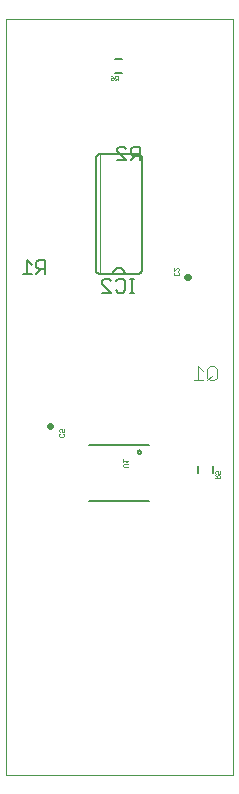
<source format=gbo>
G75*
%MOIN*%
%OFA0B0*%
%FSLAX25Y25*%
%IPPOS*%
%LPD*%
%AMOC8*
5,1,8,0,0,1.08239X$1,22.5*
%
%ADD10C,0.00000*%
%ADD11C,0.02200*%
%ADD12C,0.00100*%
%ADD13C,0.00600*%
%ADD14C,0.00200*%
%ADD15C,0.00500*%
%ADD16C,0.00400*%
%ADD17C,0.00800*%
D10*
X0007386Y0001800D02*
X0007386Y0253769D01*
X0083173Y0253769D01*
X0083173Y0001800D01*
X0007386Y0001800D01*
D11*
X0022069Y0118099D02*
X0022309Y0118099D01*
X0067935Y0167745D02*
X0068175Y0167745D01*
D12*
X0065007Y0168599D02*
X0064756Y0168348D01*
X0063756Y0168348D01*
X0063505Y0168599D01*
X0063505Y0169099D01*
X0063756Y0169349D01*
X0063505Y0169822D02*
X0064506Y0170822D01*
X0064756Y0170822D01*
X0065007Y0170572D01*
X0065007Y0170072D01*
X0064756Y0169822D01*
X0064756Y0169349D02*
X0065007Y0169099D01*
X0065007Y0168599D01*
X0063505Y0169822D02*
X0063505Y0170822D01*
X0044842Y0233457D02*
X0044842Y0234958D01*
X0044091Y0234958D01*
X0043841Y0234708D01*
X0043841Y0234207D01*
X0044091Y0233957D01*
X0044842Y0233957D01*
X0044341Y0233957D02*
X0043841Y0233457D01*
X0043368Y0233707D02*
X0043118Y0233457D01*
X0042618Y0233457D01*
X0042367Y0233707D01*
X0042367Y0233957D01*
X0042618Y0234207D01*
X0043368Y0234207D01*
X0043368Y0233707D01*
X0043368Y0234207D02*
X0042868Y0234708D01*
X0042367Y0234958D01*
X0026740Y0117123D02*
X0026740Y0116122D01*
X0025990Y0116122D01*
X0026240Y0116623D01*
X0026240Y0116873D01*
X0025990Y0117123D01*
X0025489Y0117123D01*
X0025239Y0116873D01*
X0025239Y0116373D01*
X0025489Y0116122D01*
X0025489Y0115650D02*
X0025239Y0115400D01*
X0025239Y0114899D01*
X0025489Y0114649D01*
X0026490Y0114649D01*
X0026740Y0114899D01*
X0026740Y0115400D01*
X0026490Y0115650D01*
X0046513Y0107008D02*
X0046513Y0106007D01*
X0046513Y0106507D02*
X0048014Y0106507D01*
X0047514Y0106007D01*
X0048014Y0105534D02*
X0046763Y0105534D01*
X0046513Y0105284D01*
X0046513Y0104784D01*
X0046763Y0104533D01*
X0048014Y0104533D01*
X0077261Y0102924D02*
X0077261Y0102424D01*
X0077511Y0102174D01*
X0078011Y0102174D02*
X0078262Y0102674D01*
X0078262Y0102924D01*
X0078011Y0103174D01*
X0077511Y0103174D01*
X0077261Y0102924D01*
X0078011Y0102174D02*
X0078762Y0102174D01*
X0078762Y0103174D01*
X0078512Y0101701D02*
X0078011Y0101701D01*
X0077761Y0101451D01*
X0077761Y0100700D01*
X0077261Y0100700D02*
X0078762Y0100700D01*
X0078762Y0101451D01*
X0078512Y0101701D01*
X0077761Y0101201D02*
X0077261Y0101701D01*
D13*
X0076323Y0102469D02*
X0076323Y0104831D01*
X0071599Y0104831D02*
X0071599Y0102469D01*
X0055162Y0111729D02*
X0035065Y0111729D01*
X0035065Y0093131D02*
X0055162Y0093131D01*
X0051342Y0168887D02*
X0047142Y0168887D01*
X0043142Y0168887D01*
X0038942Y0168887D01*
X0038866Y0168889D01*
X0038790Y0168895D01*
X0038715Y0168904D01*
X0038640Y0168918D01*
X0038566Y0168935D01*
X0038493Y0168956D01*
X0038421Y0168980D01*
X0038350Y0169009D01*
X0038281Y0169040D01*
X0038214Y0169075D01*
X0038149Y0169114D01*
X0038085Y0169156D01*
X0038024Y0169201D01*
X0037965Y0169249D01*
X0037909Y0169300D01*
X0037855Y0169354D01*
X0037804Y0169410D01*
X0037756Y0169469D01*
X0037711Y0169530D01*
X0037669Y0169594D01*
X0037630Y0169659D01*
X0037595Y0169726D01*
X0037564Y0169795D01*
X0037535Y0169866D01*
X0037511Y0169938D01*
X0037490Y0170011D01*
X0037473Y0170085D01*
X0037459Y0170160D01*
X0037450Y0170235D01*
X0037444Y0170311D01*
X0037442Y0170387D01*
X0037442Y0207387D01*
X0037444Y0207463D01*
X0037450Y0207539D01*
X0037459Y0207614D01*
X0037473Y0207689D01*
X0037490Y0207763D01*
X0037511Y0207836D01*
X0037535Y0207908D01*
X0037564Y0207979D01*
X0037595Y0208048D01*
X0037630Y0208115D01*
X0037669Y0208180D01*
X0037711Y0208244D01*
X0037756Y0208305D01*
X0037804Y0208364D01*
X0037855Y0208420D01*
X0037909Y0208474D01*
X0037965Y0208525D01*
X0038024Y0208573D01*
X0038085Y0208618D01*
X0038149Y0208660D01*
X0038214Y0208699D01*
X0038281Y0208734D01*
X0038350Y0208765D01*
X0038421Y0208794D01*
X0038493Y0208818D01*
X0038566Y0208839D01*
X0038640Y0208856D01*
X0038715Y0208870D01*
X0038790Y0208879D01*
X0038866Y0208885D01*
X0038942Y0208887D01*
X0051342Y0208887D01*
X0051418Y0208885D01*
X0051494Y0208879D01*
X0051569Y0208870D01*
X0051644Y0208856D01*
X0051718Y0208839D01*
X0051791Y0208818D01*
X0051863Y0208794D01*
X0051934Y0208765D01*
X0052003Y0208734D01*
X0052070Y0208699D01*
X0052135Y0208660D01*
X0052199Y0208618D01*
X0052260Y0208573D01*
X0052319Y0208525D01*
X0052375Y0208474D01*
X0052429Y0208420D01*
X0052480Y0208364D01*
X0052528Y0208305D01*
X0052573Y0208244D01*
X0052615Y0208180D01*
X0052654Y0208115D01*
X0052689Y0208048D01*
X0052720Y0207979D01*
X0052749Y0207908D01*
X0052773Y0207836D01*
X0052794Y0207763D01*
X0052811Y0207689D01*
X0052825Y0207614D01*
X0052834Y0207539D01*
X0052840Y0207463D01*
X0052842Y0207387D01*
X0052842Y0170387D01*
X0052840Y0170311D01*
X0052834Y0170235D01*
X0052825Y0170160D01*
X0052811Y0170085D01*
X0052794Y0170011D01*
X0052773Y0169938D01*
X0052749Y0169866D01*
X0052720Y0169795D01*
X0052689Y0169726D01*
X0052654Y0169659D01*
X0052615Y0169594D01*
X0052573Y0169530D01*
X0052528Y0169469D01*
X0052480Y0169410D01*
X0052429Y0169354D01*
X0052375Y0169300D01*
X0052319Y0169249D01*
X0052260Y0169201D01*
X0052199Y0169156D01*
X0052135Y0169114D01*
X0052070Y0169075D01*
X0052003Y0169040D01*
X0051934Y0169009D01*
X0051863Y0168980D01*
X0051791Y0168956D01*
X0051718Y0168935D01*
X0051644Y0168918D01*
X0051569Y0168904D01*
X0051494Y0168895D01*
X0051418Y0168889D01*
X0051342Y0168887D01*
X0047142Y0168887D02*
X0047140Y0168975D01*
X0047134Y0169064D01*
X0047124Y0169152D01*
X0047111Y0169239D01*
X0047093Y0169326D01*
X0047072Y0169412D01*
X0047047Y0169497D01*
X0047018Y0169580D01*
X0046985Y0169663D01*
X0046949Y0169743D01*
X0046910Y0169822D01*
X0046867Y0169900D01*
X0046820Y0169975D01*
X0046770Y0170048D01*
X0046717Y0170119D01*
X0046661Y0170188D01*
X0046602Y0170254D01*
X0046540Y0170317D01*
X0046476Y0170377D01*
X0046409Y0170435D01*
X0046339Y0170489D01*
X0046267Y0170541D01*
X0046193Y0170589D01*
X0046116Y0170634D01*
X0046038Y0170675D01*
X0045958Y0170713D01*
X0045877Y0170747D01*
X0045794Y0170778D01*
X0045709Y0170805D01*
X0045624Y0170828D01*
X0045538Y0170847D01*
X0045450Y0170863D01*
X0045363Y0170875D01*
X0045275Y0170883D01*
X0045186Y0170887D01*
X0045098Y0170887D01*
X0045009Y0170883D01*
X0044921Y0170875D01*
X0044834Y0170863D01*
X0044746Y0170847D01*
X0044660Y0170828D01*
X0044575Y0170805D01*
X0044490Y0170778D01*
X0044407Y0170747D01*
X0044326Y0170713D01*
X0044246Y0170675D01*
X0044168Y0170634D01*
X0044091Y0170589D01*
X0044017Y0170541D01*
X0043945Y0170489D01*
X0043875Y0170435D01*
X0043808Y0170377D01*
X0043744Y0170317D01*
X0043682Y0170254D01*
X0043623Y0170188D01*
X0043567Y0170119D01*
X0043514Y0170048D01*
X0043464Y0169975D01*
X0043417Y0169900D01*
X0043374Y0169822D01*
X0043335Y0169743D01*
X0043299Y0169663D01*
X0043266Y0169580D01*
X0043237Y0169497D01*
X0043212Y0169412D01*
X0043191Y0169326D01*
X0043173Y0169239D01*
X0043160Y0169152D01*
X0043150Y0169064D01*
X0043144Y0168975D01*
X0043142Y0168887D01*
X0043764Y0235894D02*
X0046126Y0235894D01*
X0046126Y0240619D02*
X0043764Y0240619D01*
D14*
X0038842Y0208887D02*
X0038842Y0168887D01*
D15*
X0040244Y0167140D02*
X0039493Y0166390D01*
X0039493Y0165639D01*
X0042496Y0162637D01*
X0039493Y0162637D01*
X0040244Y0167140D02*
X0041745Y0167140D01*
X0042496Y0166390D01*
X0044097Y0166390D02*
X0044848Y0167140D01*
X0046349Y0167140D01*
X0047100Y0166390D01*
X0047100Y0163387D01*
X0046349Y0162637D01*
X0044848Y0162637D01*
X0044097Y0163387D01*
X0048668Y0162637D02*
X0050169Y0162637D01*
X0049418Y0162637D02*
X0049418Y0167140D01*
X0048668Y0167140D02*
X0050169Y0167140D01*
X0049153Y0206696D02*
X0050654Y0208197D01*
X0049904Y0208197D02*
X0052156Y0208197D01*
X0052156Y0206696D02*
X0052156Y0211200D01*
X0049904Y0211200D01*
X0049153Y0210449D01*
X0049153Y0208948D01*
X0049904Y0208197D01*
X0047552Y0206696D02*
X0044549Y0209698D01*
X0044549Y0210449D01*
X0045300Y0211200D01*
X0046801Y0211200D01*
X0047552Y0210449D01*
X0047552Y0206696D02*
X0044549Y0206696D01*
X0020616Y0173483D02*
X0020616Y0168979D01*
X0020616Y0170480D02*
X0018364Y0170480D01*
X0017613Y0171231D01*
X0017613Y0172732D01*
X0018364Y0173483D01*
X0020616Y0173483D01*
X0019114Y0170480D02*
X0017613Y0168979D01*
X0016012Y0168979D02*
X0013009Y0168979D01*
X0014510Y0168979D02*
X0014510Y0173483D01*
X0016012Y0171982D01*
D16*
X0070044Y0133437D02*
X0073114Y0133437D01*
X0074648Y0133437D02*
X0076183Y0134972D01*
X0076950Y0133437D02*
X0077718Y0134204D01*
X0077718Y0137274D01*
X0076950Y0138041D01*
X0075416Y0138041D01*
X0074648Y0137274D01*
X0074648Y0134204D01*
X0075416Y0133437D01*
X0076950Y0133437D01*
X0073114Y0136506D02*
X0071579Y0138041D01*
X0071579Y0133437D01*
D17*
X0051398Y0109530D02*
X0051400Y0109577D01*
X0051406Y0109624D01*
X0051416Y0109671D01*
X0051429Y0109716D01*
X0051447Y0109760D01*
X0051468Y0109802D01*
X0051492Y0109843D01*
X0051520Y0109881D01*
X0051551Y0109917D01*
X0051585Y0109950D01*
X0051621Y0109980D01*
X0051660Y0110007D01*
X0051701Y0110031D01*
X0051744Y0110051D01*
X0051788Y0110067D01*
X0051834Y0110080D01*
X0051880Y0110089D01*
X0051928Y0110094D01*
X0051975Y0110095D01*
X0052022Y0110092D01*
X0052069Y0110085D01*
X0052115Y0110074D01*
X0052160Y0110060D01*
X0052204Y0110041D01*
X0052245Y0110019D01*
X0052285Y0109994D01*
X0052323Y0109965D01*
X0052358Y0109934D01*
X0052391Y0109899D01*
X0052420Y0109862D01*
X0052446Y0109823D01*
X0052469Y0109781D01*
X0052488Y0109738D01*
X0052504Y0109693D01*
X0052516Y0109647D01*
X0052524Y0109601D01*
X0052528Y0109554D01*
X0052528Y0109506D01*
X0052524Y0109459D01*
X0052516Y0109413D01*
X0052504Y0109367D01*
X0052488Y0109322D01*
X0052469Y0109279D01*
X0052446Y0109237D01*
X0052420Y0109198D01*
X0052391Y0109161D01*
X0052358Y0109126D01*
X0052323Y0109095D01*
X0052285Y0109066D01*
X0052246Y0109041D01*
X0052204Y0109019D01*
X0052160Y0109000D01*
X0052115Y0108986D01*
X0052069Y0108975D01*
X0052022Y0108968D01*
X0051975Y0108965D01*
X0051928Y0108966D01*
X0051880Y0108971D01*
X0051834Y0108980D01*
X0051788Y0108993D01*
X0051744Y0109009D01*
X0051701Y0109029D01*
X0051660Y0109053D01*
X0051621Y0109080D01*
X0051585Y0109110D01*
X0051551Y0109143D01*
X0051520Y0109179D01*
X0051492Y0109217D01*
X0051468Y0109258D01*
X0051447Y0109300D01*
X0051429Y0109344D01*
X0051416Y0109389D01*
X0051406Y0109436D01*
X0051400Y0109483D01*
X0051398Y0109530D01*
M02*

</source>
